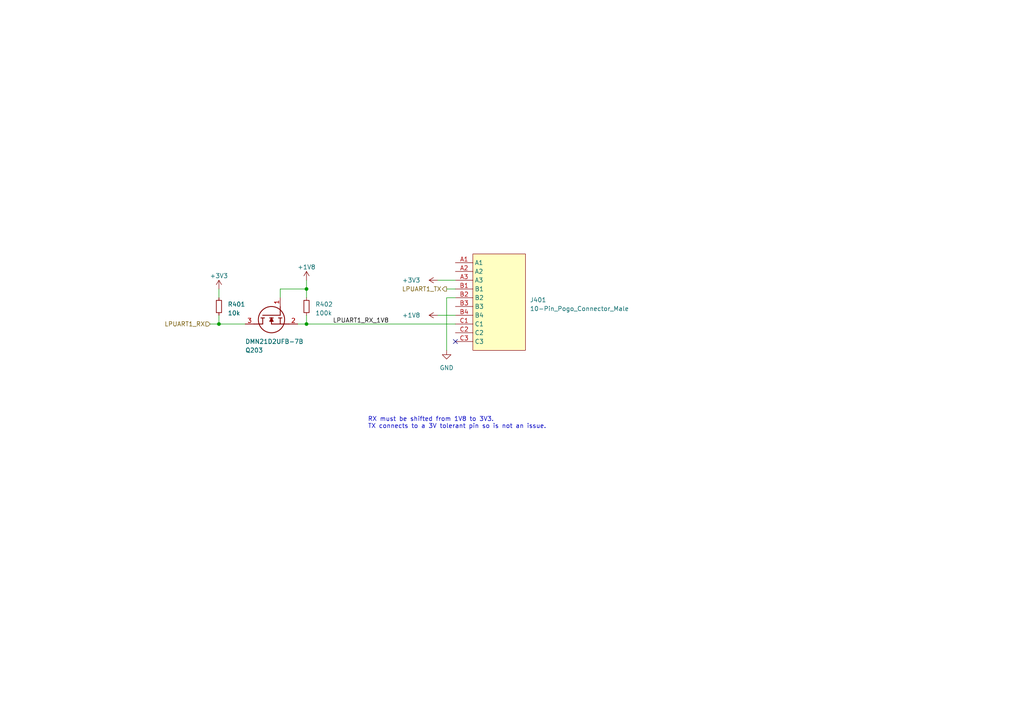
<source format=kicad_sch>
(kicad_sch (version 20230121) (generator eeschema)
  (paper "A4")
  (lib_symbols
    (symbol "DMN21D2UFB-7B:DMN21D2UFB-7B" (pin_names hide)
      (property "Reference" "Q" (at 11.43 3.81 0))
      (property "Value" "DMN21D2UFB-7B" (at 11.43 1.27 0))
      (symbol "DMN21D2UFB-7B_1_1"
        (polyline (pts (xy 2.54 0) (xy 5.08 0)) (stroke (width 0.254)))
        (polyline (pts (xy 5.08 5.08) (xy 5.08 0)) (stroke (width 0.254)))
        (polyline (pts (xy 5.842 -0.508) (xy 5.842 0.508)) (stroke (width 0.254)))
        (polyline (pts (xy 5.842 0) (xy 7.62 0)) (stroke (width 0.254)))
        (polyline (pts (xy 5.842 2.032) (xy 5.842 3.048)) (stroke (width 0.254)))
        (polyline (pts (xy 5.842 5.588) (xy 5.842 4.572)) (stroke (width 0.254)))
        (polyline (pts (xy 7.62 2.54) (xy 5.842 2.54)) (stroke (width 0.254)))
        (polyline (pts (xy 7.62 2.54) (xy 7.62 -2.54)) (stroke (width 0.254)))
        (polyline (pts (xy 7.62 5.08) (xy 5.842 5.08)) (stroke (width 0.254)))
        (polyline (pts (xy 7.62 5.08) (xy 7.62 7.62)) (stroke (width 0.254)))
        (polyline (pts (xy 5.842 2.54) (xy 6.858 3.048) (xy 6.858 2.032) (xy 5.842 2.54)) (stroke (width 0.254)) (fill (type outline)))
        (circle (center 6.35 2.54) (radius 3.81) (stroke (width 0.254)))
        (pin passive line (at 0 0 0) (length 2.54) (name "G") (number "1"))
        (pin passive line (at 7.62 -5.08 90) (length 2.54) (name "S") (number "2"))
        (pin passive line (at 7.62 10.16 270) (length 2.54) (name "D") (number "3"))
      )
    )
    (symbol "Device:R_Small" (pin_numbers hide) (pin_names (offset 0.254) hide)
      (property "Reference" "R" (at 0.762 0.508 0))
      (property "Value" "R_Small" (at 0.762 -1.016 0))
      (symbol "R_Small_0_1"
        (rectangle (start -0.762 1.778) (end 0.762 -1.778) (stroke (width 0.2032)))
      )
      (symbol "R_Small_1_1"
        (pin passive line (at 0 2.54 270) (length 0.762) (name "~") (number "1"))
        (pin passive line (at 0 -2.54 90) (length 0.762) (name "~") (number "2"))
      )
    )
    (symbol "power:+1V8" (power) (pin_names (offset 0))
      (property "Value" "+1V8" (at 0 3.556 0))
      (symbol "+1V8_0_1"
        (polyline (pts (xy -0.762 1.27) (xy 0 2.54)))
        (polyline (pts (xy 0 0) (xy 0 2.54)))
        (polyline (pts (xy 0 2.54) (xy 0.762 1.27)))
      )
      (symbol "+1V8_1_1"
        (pin power_in line (at 0 0 90) (length 0) hide (name "+1V8") (number "1"))
      )
    )
    (symbol "power:+3V3" (power) (pin_names (offset 0))
      (property "Value" "+3V3" (at 0 3.556 0))
      (symbol "+3V3_0_1"
        (polyline (pts (xy -0.762 1.27) (xy 0 2.54)))
        (polyline (pts (xy 0 0) (xy 0 2.54)))
        (polyline (pts (xy 0 2.54) (xy 0.762 1.27)))
      )
      (symbol "+3V3_1_1"
        (pin power_in line (at 0 0 90) (length 0) hide (name "+3V3") (number "1"))
      )
    )
    (symbol "power:GND" (power) (pin_names (offset 0))
      (property "Value" "GND" (at 0 -3.81 0))
      (symbol "GND_0_1"
        (polyline (pts (xy 0 0) (xy 0 -1.27) (xy 1.27 -1.27) (xy 0 -2.54) (xy -1.27 -1.27) (xy 0 -1.27)))
      )
      (symbol "GND_1_1"
        (pin power_in line (at 0 0 270) (length 0) hide (name "GND") (number "1"))
      )
    )
    (symbol "watch_symbols_lib:10-Pin_Pogo_Connector_Male" (in_bom no)
      (property "Reference" "J" (at 0 17.78 0))
      (property "Value" "10-Pin_Pogo_Connector_Male" (at 0 15.24 0))
      (symbol "10-Pin_Pogo_Connector_Male_0_0"
        (pin passive line (at -12.7 10.16 0) (length 5.08) (name "A1") (number "A1"))
        (pin passive line (at -12.7 7.62 0) (length 5.08) (name "A2") (number "A2"))
        (pin passive line (at -12.7 5.08 0) (length 5.08) (name "A3") (number "A3"))
        (pin passive line (at -12.7 2.54 0) (length 5.08) (name "B1") (number "B1"))
        (pin passive line (at -12.7 0 0) (length 5.08) (name "B2") (number "B2"))
        (pin passive line (at -12.7 -2.54 0) (length 5.08) (name "B3") (number "B3"))
        (pin passive line (at -12.7 -5.08 0) (length 5.08) (name "B4") (number "B4"))
        (pin passive line (at -12.7 -7.62 0) (length 5.08) (name "C1") (number "C1"))
        (pin passive line (at -12.7 -10.16 0) (length 5.08) (name "C2") (number "C2"))
        (pin passive line (at -12.7 -12.7 0) (length 5.08) (name "C3") (number "C3"))
      )
      (symbol "10-Pin_Pogo_Connector_Male_1_1"
        (rectangle (start -7.62 12.7) (end 7.62 -15.24) (fill (type background)))
      )
    )
  )
  (junction (at 88.9 93.98))
  (junction (at 63.5 93.98))
  (junction (at 88.9 83.82))
  (no_connect (at 132.08 99.06))
  (wire (pts (xy 63.5 83.82) (xy 63.5 86.36)))
  (wire (pts (xy 88.9 93.98) (xy 132.08 93.98)))
  (wire (pts (xy 81.28 86.36) (xy 81.28 83.82)))
  (wire (pts (xy 129.54 86.36) (xy 129.54 101.6)))
  (wire (pts (xy 60.96 93.98) (xy 63.5 93.98)))
  (wire (pts (xy 129.54 86.36) (xy 132.08 86.36)))
  (wire (pts (xy 88.9 91.44) (xy 88.9 93.98)))
  (wire (pts (xy 127 81.28) (xy 132.08 81.28)))
  (wire (pts (xy 88.9 83.82) (xy 88.9 86.36)))
  (wire (pts (xy 63.5 93.98) (xy 71.12 93.98)))
  (wire (pts (xy 86.36 93.98) (xy 88.9 93.98)))
  (wire (pts (xy 81.28 83.82) (xy 88.9 83.82)))
  (wire (pts (xy 63.5 91.44) (xy 63.5 93.98)))
  (wire (pts (xy 129.54 83.82) (xy 132.08 83.82)))
  (wire (pts (xy 127 91.44) (xy 132.08 91.44)))
  (wire (pts (xy 88.9 81.28) (xy 88.9 83.82)))
  (text "RX must be shifted from 1V8 to 3V3.\nTX connects to a 3V tolerant pin so is not an issue." (at 106.68 124.46 0) (effects (font (size 1.27 1.27)) (justify left bottom)))
  (label "LPUART1_RX_1V8" (at 96.52 93.98 0))
  (hierarchical_label "LPUART1_RX" (shape input) (at 60.96 93.98 180))
  (hierarchical_label "LPUART1_TX" (shape output) (at 129.54 83.82 180))
  (symbol (lib_id "power:+3V3") (at 127 81.28 90) (unit 1)
    (property "Reference" "#PWR0401" (effects hide))
    (property "Value" "+3V3" (at 121.92 81.28 90) (effects (justify left)))
  )
  (symbol (lib_id "watch_symbols_lib:10-Pin_Pogo_Connector_Male") (at 144.78 86.36 0) (unit 1) (in_bom no)
    (property "Reference" "J401" (at 153.67 86.995 0) (effects (justify left)))
    (property "Value" "10-Pin_Pogo_Connector_Male" (at 153.67 89.535 0) (effects (justify left)))
    (property "Footprint" "watch_footprints:10-Pin Pogo Connector Male" (effects hide))
  )
  (symbol (lib_id "DMN21D2UFB-7B:DMN21D2UFB-7B") (at 81.28 86.36 90) (mirror x) (unit 1)
    (property "Reference" "Q203" (at 71.12 101.6 90) (effects (justify right)))
    (property "Value" "DMN21D2UFB-7B" (at 71.12 99.06 90) (effects (justify right)))
    (property "Footprint" "watch_footprints:DMN21D2UFB7B" (effects hide))
    (property "Datasheet" "https://componentsearchengine.com/Datasheets/1/DMN21D2UFB-7B.pdf" (effects hide))
    (property "Height" "0.53" (effects hide))
    (property "Mouser Part Number" "621-DMN21D2UFB-7B" (effects hide))
    (property "Manufacturer_Name" "Diodes Incorporated" (effects hide))
    (property "Manufacturer_Part_Number" "DMN21D2UFB-7B" (effects hide))
    (instances (project "rfid_module" (path "" (reference "Q203") (unit 1)) (path "" (reference "Q401") (unit 1))) (project "watch_main" (path "" (reference "Q1703") (unit 1))))
  )
  (symbol (lib_id "power:+1V8") (at 88.9 81.28 0) (unit 1)
    (property "Reference" "#PWR0405" (effects hide))
    (property "Value" "+1V8" (at 88.9 77.47 0))
  )
  (symbol (lib_id "Device:R_Small") (at 88.9 88.9 0) (unit 1)
    (property "Reference" "R402" (at 91.44 88.265 0) (effects (justify left)))
    (property "Value" "100k" (at 91.44 90.805 0) (effects (justify left)))
    (property "Footprint" "Resistor_SMD:R_0402_1005Metric" (effects hide))
  )
  (symbol (lib_id "Device:R_Small") (at 63.5 88.9 0) (unit 1)
    (property "Reference" "R401" (at 66.04 88.265 0) (effects (justify left)))
    (property "Value" "10k" (at 66.04 90.805 0) (effects (justify left)))
    (property "Footprint" "Resistor_SMD:R_0402_1005Metric" (effects hide))
  )
  (symbol (lib_id "power:GND") (at 129.54 101.6 0) (unit 1)
    (property "Reference" "#PWR0403" (effects hide))
    (property "Value" "GND" (at 129.54 106.68 0))
  )
  (symbol (lib_id "power:+1V8") (at 127 91.44 90) (unit 1)
    (property "Reference" "#PWR0402" (effects hide))
    (property "Value" "+1V8" (at 121.92 91.44 90) (effects (justify left)))
  )
  (symbol (lib_id "power:+3V3") (at 63.5 83.82 0) (unit 1)
    (property "Reference" "#PWR0404" (effects hide))
    (property "Value" "+3V3" (at 63.5 80.01 0))
  )
)
</source>
